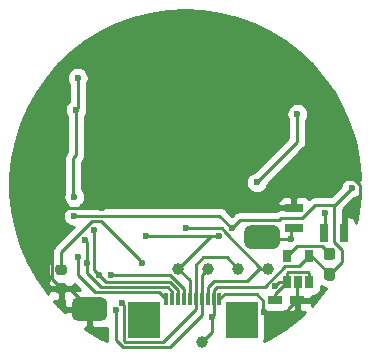
<source format=gtl>
G04 #@! TF.GenerationSoftware,KiCad,Pcbnew,5.1.10*
G04 #@! TF.CreationDate,2021-12-10T15:11:43+01:00*
G04 #@! TF.ProjectId,Watch,57617463-682e-46b6-9963-61645f706362,rev?*
G04 #@! TF.SameCoordinates,Original*
G04 #@! TF.FileFunction,Copper,L1,Top*
G04 #@! TF.FilePolarity,Positive*
%FSLAX46Y46*%
G04 Gerber Fmt 4.6, Leading zero omitted, Abs format (unit mm)*
G04 Created by KiCad (PCBNEW 5.1.10) date 2021-12-10 15:11:43*
%MOMM*%
%LPD*%
G01*
G04 APERTURE LIST*
G04 #@! TA.AperFunction,SMDPad,CuDef*
%ADD10R,1.200000X0.750000*%
G04 #@! TD*
G04 #@! TA.AperFunction,SMDPad,CuDef*
%ADD11R,0.300000X1.100000*%
G04 #@! TD*
G04 #@! TA.AperFunction,SMDPad,CuDef*
%ADD12R,2.700000X3.100000*%
G04 #@! TD*
G04 #@! TA.AperFunction,SMDPad,CuDef*
%ADD13C,1.000000*%
G04 #@! TD*
G04 #@! TA.AperFunction,SMDPad,CuDef*
%ADD14R,0.650000X1.060000*%
G04 #@! TD*
G04 #@! TA.AperFunction,SMDPad,CuDef*
%ADD15R,1.500000X0.700000*%
G04 #@! TD*
G04 #@! TA.AperFunction,SMDPad,CuDef*
%ADD16R,0.700000X1.500000*%
G04 #@! TD*
G04 #@! TA.AperFunction,ViaPad*
%ADD17C,0.600000*%
G04 #@! TD*
G04 #@! TA.AperFunction,Conductor*
%ADD18C,0.250000*%
G04 #@! TD*
G04 #@! TA.AperFunction,Conductor*
%ADD19C,0.254000*%
G04 #@! TD*
G04 #@! TA.AperFunction,Conductor*
%ADD20C,0.100000*%
G04 #@! TD*
G04 APERTURE END LIST*
D10*
X145100000Y-110744000D03*
X147000000Y-110744000D03*
D11*
X135909000Y-110695000D03*
X136409000Y-110695000D03*
X136909000Y-110695000D03*
X137409000Y-110695000D03*
X137909000Y-110695000D03*
X138409000Y-110695000D03*
X138909000Y-110695000D03*
X139409000Y-110695000D03*
X139909000Y-110695000D03*
X140409000Y-110695000D03*
D12*
X134039000Y-112395000D03*
X142279000Y-112395000D03*
G04 #@! TA.AperFunction,SMDPad,CuDef*
G36*
G01*
X127256250Y-110191000D02*
X126743750Y-110191000D01*
G75*
G02*
X126525000Y-109972250I0J218750D01*
G01*
X126525000Y-109534750D01*
G75*
G02*
X126743750Y-109316000I218750J0D01*
G01*
X127256250Y-109316000D01*
G75*
G02*
X127475000Y-109534750I0J-218750D01*
G01*
X127475000Y-109972250D01*
G75*
G02*
X127256250Y-110191000I-218750J0D01*
G01*
G37*
G04 #@! TD.AperFunction*
G04 #@! TA.AperFunction,SMDPad,CuDef*
G36*
G01*
X127256250Y-108616000D02*
X126743750Y-108616000D01*
G75*
G02*
X126525000Y-108397250I0J218750D01*
G01*
X126525000Y-107959750D01*
G75*
G02*
X126743750Y-107741000I218750J0D01*
G01*
X127256250Y-107741000D01*
G75*
G02*
X127475000Y-107959750I0J-218750D01*
G01*
X127475000Y-108397250D01*
G75*
G02*
X127256250Y-108616000I-218750J0D01*
G01*
G37*
G04 #@! TD.AperFunction*
D13*
X141986000Y-108077000D03*
X139446000Y-108077000D03*
X136906000Y-108077000D03*
X144526000Y-108077000D03*
G04 #@! TA.AperFunction,SMDPad,CuDef*
G36*
G01*
X149495500Y-106296000D02*
X149970500Y-106296000D01*
G75*
G02*
X150208000Y-106533500I0J-237500D01*
G01*
X150208000Y-107108500D01*
G75*
G02*
X149970500Y-107346000I-237500J0D01*
G01*
X149495500Y-107346000D01*
G75*
G02*
X149258000Y-107108500I0J237500D01*
G01*
X149258000Y-106533500D01*
G75*
G02*
X149495500Y-106296000I237500J0D01*
G01*
G37*
G04 #@! TD.AperFunction*
G04 #@! TA.AperFunction,SMDPad,CuDef*
G36*
G01*
X149495500Y-108046000D02*
X149970500Y-108046000D01*
G75*
G02*
X150208000Y-108283500I0J-237500D01*
G01*
X150208000Y-108858500D01*
G75*
G02*
X149970500Y-109096000I-237500J0D01*
G01*
X149495500Y-109096000D01*
G75*
G02*
X149258000Y-108858500I0J237500D01*
G01*
X149258000Y-108283500D01*
G75*
G02*
X149495500Y-108046000I237500J0D01*
G01*
G37*
G04 #@! TD.AperFunction*
D14*
X146116000Y-109220000D03*
X147066000Y-109220000D03*
X148016000Y-109220000D03*
X148016000Y-107020000D03*
X146116000Y-107020000D03*
G04 #@! TA.AperFunction,SMDPad,CuDef*
G36*
G01*
X127913000Y-112006000D02*
X127913000Y-111006000D01*
G75*
G02*
X128413000Y-110506000I500000J0D01*
G01*
X130413000Y-110506000D01*
G75*
G02*
X130913000Y-111006000I0J-500000D01*
G01*
X130913000Y-112006000D01*
G75*
G02*
X130413000Y-112506000I-500000J0D01*
G01*
X128413000Y-112506000D01*
G75*
G02*
X127913000Y-112006000I0J500000D01*
G01*
G37*
G04 #@! TD.AperFunction*
G04 #@! TA.AperFunction,SMDPad,CuDef*
G36*
G01*
X142518000Y-105910000D02*
X142518000Y-104910000D01*
G75*
G02*
X143018000Y-104410000I500000J0D01*
G01*
X145018000Y-104410000D01*
G75*
G02*
X145518000Y-104910000I0J-500000D01*
G01*
X145518000Y-105910000D01*
G75*
G02*
X145018000Y-106410000I-500000J0D01*
G01*
X143018000Y-106410000D01*
G75*
G02*
X142518000Y-105910000I0J500000D01*
G01*
G37*
G04 #@! TD.AperFunction*
D15*
X146685000Y-102909000D03*
X146685000Y-104609000D03*
D16*
X149264000Y-105029000D03*
X150964000Y-105029000D03*
D13*
X138938000Y-114300000D03*
D17*
X128083979Y-103612012D03*
X139783990Y-112141000D03*
X141468397Y-104678678D03*
X151638000Y-101219000D03*
X130425658Y-102987002D03*
X144209485Y-111726308D03*
X151765000Y-102997000D03*
X144650000Y-103000000D03*
X129032000Y-105664000D03*
X129168990Y-107578990D03*
X128397000Y-107061000D03*
X137541000Y-104648000D03*
X129794000Y-104775000D03*
X130175000Y-108585000D03*
X134149906Y-105320906D03*
X140340102Y-105283000D03*
X131246161Y-108592994D03*
X147000000Y-95000000D03*
X143573500Y-100774500D03*
X128397000Y-91948000D03*
X128270000Y-94615000D03*
X128124000Y-102000000D03*
X131653034Y-111585649D03*
X132185070Y-110986894D03*
X133858000Y-107569000D03*
X146431000Y-105537000D03*
X145133950Y-109573950D03*
X149352000Y-103378000D03*
D18*
X139909000Y-110695000D02*
X139909000Y-112015990D01*
X139909000Y-112015990D02*
X139783990Y-112141000D01*
X140401731Y-103612012D02*
X141468397Y-104678678D01*
X128083979Y-103612012D02*
X140401731Y-103612012D01*
X150152010Y-102704990D02*
X151638000Y-101219000D01*
X139909000Y-109895000D02*
X140203000Y-109601000D01*
X139909000Y-110695000D02*
X139909000Y-109895000D01*
X145949001Y-107875001D02*
X147160999Y-107875001D01*
X140203000Y-109601000D02*
X144223002Y-109601000D01*
X147160999Y-107875001D02*
X148016000Y-107020000D01*
X144223002Y-109601000D02*
X145949001Y-107875001D01*
X148182000Y-107020000D02*
X149733000Y-108571000D01*
X148016000Y-107020000D02*
X148182000Y-107020000D01*
X149733000Y-108571000D02*
X150749000Y-107555000D01*
X150749000Y-106499002D02*
X150114000Y-105864002D01*
X150749000Y-107555000D02*
X150749000Y-106499002D01*
X150114000Y-102743000D02*
X150152010Y-102704990D01*
X150114000Y-105864002D02*
X150114000Y-102743000D01*
X150075990Y-102704990D02*
X150152010Y-102704990D01*
X148501010Y-102704990D02*
X150075990Y-102704990D01*
X147383500Y-103822500D02*
X148501010Y-102704990D01*
X145467962Y-103960038D02*
X145605500Y-103822500D01*
X145605500Y-103822500D02*
X147383500Y-103822500D01*
X142187038Y-103960038D02*
X145467962Y-103960038D01*
X141468397Y-104678678D02*
X142187038Y-103960038D01*
X139783990Y-113454010D02*
X138938000Y-114300000D01*
X139783990Y-112141000D02*
X139783990Y-113454010D01*
X130425658Y-102987002D02*
X130425658Y-101603342D01*
X146324999Y-111419001D02*
X147000000Y-110744000D01*
X147000000Y-109286000D02*
X147066000Y-109220000D01*
X147000000Y-110744000D02*
X147000000Y-109286000D01*
X146017692Y-111726308D02*
X146324999Y-111419001D01*
X144209485Y-111726308D02*
X146017692Y-111726308D01*
X150964000Y-105029000D02*
X150964000Y-103798000D01*
X150964000Y-103798000D02*
X151765000Y-102997000D01*
X151765000Y-102997000D02*
X151765000Y-102362000D01*
X151765000Y-102362000D02*
X152273000Y-101854000D01*
X152273000Y-101854000D02*
X152273000Y-100965000D01*
X152273000Y-100965000D02*
X151765000Y-100457000D01*
X147193000Y-100457000D02*
X144650000Y-103000000D01*
X151765000Y-100457000D02*
X147193000Y-100457000D01*
X146594000Y-103000000D02*
X146685000Y-102909000D01*
X144650000Y-103000000D02*
X146594000Y-103000000D01*
X127517998Y-102987002D02*
X126355002Y-104149998D01*
X130425658Y-102987002D02*
X127517998Y-102987002D01*
X126199990Y-108953490D02*
X127000000Y-109753500D01*
X126199990Y-104305010D02*
X126199990Y-108953490D01*
X126355002Y-104149998D02*
X126199990Y-104305010D01*
X127660500Y-109753500D02*
X129413000Y-111506000D01*
X127000000Y-109753500D02*
X127660500Y-109753500D01*
X144106501Y-111623324D02*
X144209485Y-111726308D01*
X144106501Y-110782499D02*
X144106501Y-111623324D01*
X143560002Y-110236000D02*
X144106501Y-110782499D01*
X140868000Y-110236000D02*
X143560002Y-110236000D01*
X140409000Y-110695000D02*
X140868000Y-110236000D01*
X129168990Y-105800990D02*
X129032000Y-105664000D01*
X129168990Y-107578990D02*
X129168990Y-105800990D01*
X136409000Y-110053520D02*
X136409000Y-110695000D01*
X136032387Y-109676907D02*
X136409000Y-110053520D01*
X130377907Y-109676907D02*
X136032387Y-109676907D01*
X129168990Y-108467990D02*
X130377907Y-109676907D01*
X129168990Y-107578990D02*
X129168990Y-108467990D01*
X135352500Y-110138500D02*
X135909000Y-110695000D01*
X135290918Y-110076918D02*
X135352500Y-110138500D01*
X129888918Y-110076918D02*
X135290918Y-110076918D01*
X128397000Y-108585000D02*
X129888918Y-110076918D01*
X128397000Y-107061000D02*
X128397000Y-108585000D01*
X139409000Y-110695000D02*
X139409000Y-109638000D01*
X139409000Y-109638000D02*
X139954000Y-109093000D01*
X142713035Y-109093000D02*
X143729035Y-108077000D01*
X139954000Y-109093000D02*
X142713035Y-109093000D01*
X143729035Y-108077000D02*
X144526000Y-108077000D01*
X140909729Y-104968729D02*
X140909729Y-105023574D01*
X140909729Y-105023574D02*
X143963155Y-108077000D01*
X137541000Y-104648000D02*
X140589000Y-104648000D01*
X140589000Y-104648000D02*
X140909729Y-104968729D01*
X143963155Y-108077000D02*
X144526000Y-108077000D01*
X130175000Y-108585000D02*
X129794000Y-108204000D01*
X129794000Y-108204000D02*
X129794000Y-104775000D01*
X136909000Y-109917110D02*
X136909000Y-110695000D01*
X136211890Y-109220000D02*
X136909000Y-109917110D01*
X130810000Y-109220000D02*
X136211890Y-109220000D01*
X130175000Y-108585000D02*
X130810000Y-109220000D01*
X136106094Y-105320906D02*
X136233094Y-105320906D01*
X134149906Y-105320906D02*
X136233094Y-105320906D01*
X136233094Y-105320906D02*
X139483906Y-105320906D01*
X137909000Y-109080000D02*
X137909000Y-109207000D01*
X136906000Y-108077000D02*
X137909000Y-109080000D01*
X137909000Y-110695000D02*
X137909000Y-109207000D01*
X140302196Y-105320906D02*
X140340102Y-105283000D01*
X139662094Y-105320906D02*
X140302196Y-105320906D01*
X136906000Y-108077000D02*
X139662094Y-105320906D01*
X139483906Y-105320906D02*
X139662094Y-105320906D01*
X137409000Y-109780700D02*
X136221294Y-108592994D01*
X136221294Y-108592994D02*
X131246161Y-108592994D01*
X137409000Y-110695000D02*
X137409000Y-109780700D01*
X147000000Y-95000000D02*
X147000000Y-97348000D01*
X147000000Y-97348000D02*
X143573500Y-100774500D01*
X128397000Y-94488000D02*
X128270000Y-94615000D01*
X128397000Y-91948000D02*
X128397000Y-94488000D01*
X128270000Y-94615000D02*
X128270000Y-98480000D01*
X128270000Y-98480000D02*
X128000000Y-98750000D01*
X128000000Y-101876000D02*
X128124000Y-102000000D01*
X128000000Y-98750000D02*
X128000000Y-101876000D01*
X138909000Y-108614000D02*
X138909000Y-108868000D01*
X139446000Y-108077000D02*
X138909000Y-108614000D01*
X138909000Y-110695000D02*
X138909000Y-108868000D01*
X136231989Y-114720011D02*
X132242599Y-114720012D01*
X138909000Y-110695000D02*
X138909000Y-112043000D01*
X138909000Y-112043000D02*
X136231989Y-114720011D01*
X132242599Y-114720012D02*
X131629989Y-114107402D01*
X131629989Y-114107402D02*
X131629989Y-111608694D01*
X131629989Y-111608694D02*
X131653034Y-111585649D01*
X138409000Y-107765998D02*
X138409000Y-110695000D01*
X139049999Y-107124999D02*
X138409000Y-107765998D01*
X141033999Y-107124999D02*
X139049999Y-107124999D01*
X141986000Y-108077000D02*
X141033999Y-107124999D01*
X132431001Y-114270001D02*
X132363999Y-114202999D01*
X132363999Y-111167193D02*
X132184408Y-110987602D01*
X132363999Y-114202999D02*
X132363999Y-111167193D01*
X138409000Y-111495000D02*
X138409000Y-110695000D01*
X135633999Y-114270001D02*
X138409000Y-111495000D01*
X132361997Y-114202999D02*
X132428999Y-114270001D01*
X132363999Y-114202999D02*
X132361997Y-114202999D01*
X132428999Y-114270001D02*
X135633999Y-114270001D01*
X132428999Y-114270001D02*
X132428999Y-114267999D01*
X130371011Y-104082011D02*
X133558001Y-107269001D01*
X129599399Y-104082011D02*
X130371011Y-104082011D01*
X128016000Y-105664000D02*
X128017410Y-105664000D01*
X128017410Y-105664000D02*
X129599399Y-104082011D01*
X127000000Y-106680000D02*
X128016000Y-105664000D01*
X133558001Y-107269001D02*
X133858000Y-107569000D01*
X127000000Y-108178500D02*
X127000000Y-106680000D01*
X149352000Y-106677000D02*
X149352000Y-107202000D01*
X149076999Y-106164999D02*
X149733000Y-106821000D01*
X146971001Y-106164999D02*
X149076999Y-106164999D01*
X146116000Y-107020000D02*
X146971001Y-106164999D01*
X144145000Y-105537000D02*
X144018000Y-105410000D01*
X146431000Y-105537000D02*
X144145000Y-105537000D01*
X146431000Y-104863000D02*
X146685000Y-104609000D01*
X146431000Y-105537000D02*
X146431000Y-104863000D01*
X148016000Y-108490000D02*
X148016000Y-109220000D01*
X147915999Y-108389999D02*
X148016000Y-108490000D01*
X146216001Y-108389999D02*
X147915999Y-108389999D01*
X146116000Y-108490000D02*
X146216001Y-108389999D01*
X146116000Y-109220000D02*
X146116000Y-108490000D01*
X145100000Y-110236000D02*
X146116000Y-109220000D01*
X145100000Y-110744000D02*
X145100000Y-110236000D01*
X145487900Y-109220000D02*
X145133950Y-109573950D01*
X146116000Y-109220000D02*
X145487900Y-109220000D01*
X149352000Y-104941000D02*
X149264000Y-105029000D01*
X149352000Y-103378000D02*
X149352000Y-104941000D01*
D19*
X138999013Y-86259005D02*
X140482643Y-86486289D01*
X141935668Y-86862503D01*
X143343177Y-87383787D01*
X144690727Y-88044792D01*
X145964490Y-88838735D01*
X147151396Y-89757469D01*
X148239266Y-90791566D01*
X149216937Y-91930416D01*
X150074376Y-93162332D01*
X150802784Y-94474673D01*
X151394688Y-95853973D01*
X151844014Y-97286077D01*
X152146151Y-98756292D01*
X152297998Y-100249530D01*
X152297998Y-100556708D01*
X152234028Y-100492738D01*
X152080889Y-100390414D01*
X151910729Y-100319932D01*
X151730089Y-100284000D01*
X151545911Y-100284000D01*
X151365271Y-100319932D01*
X151195111Y-100390414D01*
X151041972Y-100492738D01*
X150911738Y-100622972D01*
X150809414Y-100776111D01*
X150738932Y-100946271D01*
X150714847Y-101067351D01*
X149837209Y-101944990D01*
X148538335Y-101944990D01*
X148501010Y-101941314D01*
X148463685Y-101944990D01*
X148463677Y-101944990D01*
X148352024Y-101955987D01*
X148208763Y-101999444D01*
X148076734Y-102070016D01*
X147961009Y-102164989D01*
X147947058Y-102181989D01*
X147886185Y-102107815D01*
X147789494Y-102028463D01*
X147679180Y-101969498D01*
X147559482Y-101933188D01*
X147435000Y-101920928D01*
X146970750Y-101924000D01*
X146812000Y-102082750D01*
X146812000Y-102782000D01*
X146832000Y-102782000D01*
X146832000Y-103036000D01*
X146812000Y-103036000D01*
X146812000Y-103056000D01*
X146558000Y-103056000D01*
X146558000Y-103036000D01*
X145458750Y-103036000D01*
X145405900Y-103088850D01*
X145313253Y-103116954D01*
X145181224Y-103187526D01*
X145165978Y-103200038D01*
X142224361Y-103200038D01*
X142187038Y-103196362D01*
X142149715Y-103200038D01*
X142149705Y-103200038D01*
X142038052Y-103211035D01*
X141894791Y-103254492D01*
X141762762Y-103325064D01*
X141647037Y-103420037D01*
X141623239Y-103449035D01*
X141468397Y-103603877D01*
X140965535Y-103101014D01*
X140941732Y-103072011D01*
X140826007Y-102977038D01*
X140693978Y-102906466D01*
X140550717Y-102863009D01*
X140439064Y-102852012D01*
X140439053Y-102852012D01*
X140401731Y-102848336D01*
X140364409Y-102852012D01*
X128629514Y-102852012D01*
X128580672Y-102819377D01*
X128720028Y-102726262D01*
X128850262Y-102596028D01*
X128875003Y-102559000D01*
X145296928Y-102559000D01*
X145300000Y-102623250D01*
X145458750Y-102782000D01*
X146558000Y-102782000D01*
X146558000Y-102082750D01*
X146399250Y-101924000D01*
X145935000Y-101920928D01*
X145810518Y-101933188D01*
X145690820Y-101969498D01*
X145580506Y-102028463D01*
X145483815Y-102107815D01*
X145404463Y-102204506D01*
X145345498Y-102314820D01*
X145309188Y-102434518D01*
X145296928Y-102559000D01*
X128875003Y-102559000D01*
X128952586Y-102442889D01*
X129023068Y-102272729D01*
X129059000Y-102092089D01*
X129059000Y-101907911D01*
X129023068Y-101727271D01*
X128952586Y-101557111D01*
X128850262Y-101403972D01*
X128760000Y-101313710D01*
X128760000Y-100682411D01*
X142638500Y-100682411D01*
X142638500Y-100866589D01*
X142674432Y-101047229D01*
X142744914Y-101217389D01*
X142847238Y-101370528D01*
X142977472Y-101500762D01*
X143130611Y-101603086D01*
X143300771Y-101673568D01*
X143481411Y-101709500D01*
X143665589Y-101709500D01*
X143846229Y-101673568D01*
X144016389Y-101603086D01*
X144169528Y-101500762D01*
X144299762Y-101370528D01*
X144402086Y-101217389D01*
X144472568Y-101047229D01*
X144496653Y-100926148D01*
X147511003Y-97911799D01*
X147540001Y-97888001D01*
X147634974Y-97772276D01*
X147705546Y-97640247D01*
X147749003Y-97496986D01*
X147760000Y-97385333D01*
X147760000Y-97385325D01*
X147763676Y-97348000D01*
X147760000Y-97310675D01*
X147760000Y-95545535D01*
X147828586Y-95442889D01*
X147899068Y-95272729D01*
X147935000Y-95092089D01*
X147935000Y-94907911D01*
X147899068Y-94727271D01*
X147828586Y-94557111D01*
X147726262Y-94403972D01*
X147596028Y-94273738D01*
X147442889Y-94171414D01*
X147272729Y-94100932D01*
X147092089Y-94065000D01*
X146907911Y-94065000D01*
X146727271Y-94100932D01*
X146557111Y-94171414D01*
X146403972Y-94273738D01*
X146273738Y-94403972D01*
X146171414Y-94557111D01*
X146100932Y-94727271D01*
X146065000Y-94907911D01*
X146065000Y-95092089D01*
X146100932Y-95272729D01*
X146171414Y-95442889D01*
X146240000Y-95545536D01*
X146240001Y-97033197D01*
X143421852Y-99851347D01*
X143300771Y-99875432D01*
X143130611Y-99945914D01*
X142977472Y-100048238D01*
X142847238Y-100178472D01*
X142744914Y-100331611D01*
X142674432Y-100501771D01*
X142638500Y-100682411D01*
X128760000Y-100682411D01*
X128760000Y-99064801D01*
X128780997Y-99043804D01*
X128810001Y-99020001D01*
X128904974Y-98904276D01*
X128975546Y-98772247D01*
X129019003Y-98628986D01*
X129030000Y-98517333D01*
X129030000Y-98517325D01*
X129033676Y-98480000D01*
X129030000Y-98442675D01*
X129030000Y-95160535D01*
X129098586Y-95057889D01*
X129169068Y-94887729D01*
X129205000Y-94707089D01*
X129205000Y-94522911D01*
X129169068Y-94342271D01*
X129157000Y-94313136D01*
X129157000Y-92493535D01*
X129225586Y-92390889D01*
X129296068Y-92220729D01*
X129332000Y-92040089D01*
X129332000Y-91855911D01*
X129296068Y-91675271D01*
X129225586Y-91505111D01*
X129123262Y-91351972D01*
X128993028Y-91221738D01*
X128839889Y-91119414D01*
X128669729Y-91048932D01*
X128489089Y-91013000D01*
X128304911Y-91013000D01*
X128124271Y-91048932D01*
X127954111Y-91119414D01*
X127800972Y-91221738D01*
X127670738Y-91351972D01*
X127568414Y-91505111D01*
X127497932Y-91675271D01*
X127462000Y-91855911D01*
X127462000Y-92040089D01*
X127497932Y-92220729D01*
X127568414Y-92390889D01*
X127637000Y-92493536D01*
X127637001Y-93925709D01*
X127543738Y-94018972D01*
X127441414Y-94172111D01*
X127370932Y-94342271D01*
X127335000Y-94522911D01*
X127335000Y-94707089D01*
X127370932Y-94887729D01*
X127441414Y-95057889D01*
X127510000Y-95160536D01*
X127510001Y-98165198D01*
X127489003Y-98186196D01*
X127459999Y-98209999D01*
X127404871Y-98277174D01*
X127365026Y-98325724D01*
X127294455Y-98457753D01*
X127294454Y-98457754D01*
X127250997Y-98601015D01*
X127240000Y-98712668D01*
X127240000Y-98712678D01*
X127236324Y-98750000D01*
X127240000Y-98787323D01*
X127240001Y-101690891D01*
X127224932Y-101727271D01*
X127189000Y-101907911D01*
X127189000Y-102092089D01*
X127224932Y-102272729D01*
X127295414Y-102442889D01*
X127397738Y-102596028D01*
X127527972Y-102726262D01*
X127627307Y-102792635D01*
X127487951Y-102885750D01*
X127357717Y-103015984D01*
X127255393Y-103169123D01*
X127184911Y-103339283D01*
X127148979Y-103519923D01*
X127148979Y-103704101D01*
X127184911Y-103884741D01*
X127255393Y-104054901D01*
X127357717Y-104208040D01*
X127487951Y-104338274D01*
X127641090Y-104440598D01*
X127811250Y-104511080D01*
X127991890Y-104547012D01*
X128059597Y-104547012D01*
X127512866Y-105093743D01*
X127475999Y-105123999D01*
X127452201Y-105152997D01*
X126488998Y-106116201D01*
X126460000Y-106139999D01*
X126436202Y-106168997D01*
X126436201Y-106168998D01*
X126365026Y-106255724D01*
X126294454Y-106387754D01*
X126279799Y-106436068D01*
X126250998Y-106531014D01*
X126240296Y-106639668D01*
X126236324Y-106680000D01*
X126240001Y-106717332D01*
X126240001Y-107270082D01*
X126137885Y-107353885D01*
X126031329Y-107483725D01*
X125952150Y-107631858D01*
X125903392Y-107792592D01*
X125886928Y-107959750D01*
X125886928Y-108397250D01*
X125903392Y-108564408D01*
X125952150Y-108725142D01*
X126031329Y-108873275D01*
X126049100Y-108894930D01*
X125994463Y-108961506D01*
X125935498Y-109071820D01*
X125899188Y-109191518D01*
X125886928Y-109316000D01*
X125890000Y-109467750D01*
X126048750Y-109626500D01*
X126873000Y-109626500D01*
X126873000Y-109606500D01*
X127127000Y-109606500D01*
X127127000Y-109626500D01*
X127951250Y-109626500D01*
X128110000Y-109467750D01*
X128111884Y-109374685D01*
X128606882Y-109869683D01*
X127913000Y-109867928D01*
X127788518Y-109880188D01*
X127787489Y-109880500D01*
X127127000Y-109880500D01*
X127127000Y-110667250D01*
X127276264Y-110816514D01*
X127278000Y-111220250D01*
X127436750Y-111379000D01*
X129286000Y-111379000D01*
X129286000Y-111359000D01*
X129540000Y-111359000D01*
X129540000Y-111379000D01*
X129560000Y-111379000D01*
X129560000Y-111633000D01*
X129540000Y-111633000D01*
X129540000Y-112982250D01*
X129698750Y-113141000D01*
X130869989Y-113143963D01*
X130869989Y-114070079D01*
X130866313Y-114107402D01*
X130869989Y-114144724D01*
X130869989Y-114144734D01*
X130878840Y-114234594D01*
X130309273Y-113955208D01*
X129035510Y-113161265D01*
X129009714Y-113141297D01*
X129127250Y-113141000D01*
X129286000Y-112982250D01*
X129286000Y-111633000D01*
X127436750Y-111633000D01*
X127324970Y-111744780D01*
X126760734Y-111208434D01*
X126426756Y-110819396D01*
X126525000Y-110829072D01*
X126714250Y-110826000D01*
X126873000Y-110667250D01*
X126873000Y-109880500D01*
X126048750Y-109880500D01*
X125890000Y-110039250D01*
X125886936Y-110190582D01*
X125783063Y-110069584D01*
X124925624Y-108837668D01*
X124197216Y-107525327D01*
X123605312Y-106146027D01*
X123155986Y-104713923D01*
X122853849Y-103243708D01*
X122702002Y-101750470D01*
X122702002Y-100249530D01*
X122853849Y-98756292D01*
X123155986Y-97286077D01*
X123605312Y-95853973D01*
X124197216Y-94474673D01*
X124925624Y-93162332D01*
X125783063Y-91930416D01*
X126760734Y-90791566D01*
X127848604Y-89757469D01*
X129035510Y-88838735D01*
X130309273Y-88044792D01*
X131656823Y-87383787D01*
X133064332Y-86862503D01*
X134517357Y-86486289D01*
X136000987Y-86259005D01*
X137500000Y-86182984D01*
X138999013Y-86259005D01*
G04 #@! TA.AperFunction,Conductor*
D20*
G36*
X138999013Y-86259005D02*
G01*
X140482643Y-86486289D01*
X141935668Y-86862503D01*
X143343177Y-87383787D01*
X144690727Y-88044792D01*
X145964490Y-88838735D01*
X147151396Y-89757469D01*
X148239266Y-90791566D01*
X149216937Y-91930416D01*
X150074376Y-93162332D01*
X150802784Y-94474673D01*
X151394688Y-95853973D01*
X151844014Y-97286077D01*
X152146151Y-98756292D01*
X152297998Y-100249530D01*
X152297998Y-100556708D01*
X152234028Y-100492738D01*
X152080889Y-100390414D01*
X151910729Y-100319932D01*
X151730089Y-100284000D01*
X151545911Y-100284000D01*
X151365271Y-100319932D01*
X151195111Y-100390414D01*
X151041972Y-100492738D01*
X150911738Y-100622972D01*
X150809414Y-100776111D01*
X150738932Y-100946271D01*
X150714847Y-101067351D01*
X149837209Y-101944990D01*
X148538335Y-101944990D01*
X148501010Y-101941314D01*
X148463685Y-101944990D01*
X148463677Y-101944990D01*
X148352024Y-101955987D01*
X148208763Y-101999444D01*
X148076734Y-102070016D01*
X147961009Y-102164989D01*
X147947058Y-102181989D01*
X147886185Y-102107815D01*
X147789494Y-102028463D01*
X147679180Y-101969498D01*
X147559482Y-101933188D01*
X147435000Y-101920928D01*
X146970750Y-101924000D01*
X146812000Y-102082750D01*
X146812000Y-102782000D01*
X146832000Y-102782000D01*
X146832000Y-103036000D01*
X146812000Y-103036000D01*
X146812000Y-103056000D01*
X146558000Y-103056000D01*
X146558000Y-103036000D01*
X145458750Y-103036000D01*
X145405900Y-103088850D01*
X145313253Y-103116954D01*
X145181224Y-103187526D01*
X145165978Y-103200038D01*
X142224361Y-103200038D01*
X142187038Y-103196362D01*
X142149715Y-103200038D01*
X142149705Y-103200038D01*
X142038052Y-103211035D01*
X141894791Y-103254492D01*
X141762762Y-103325064D01*
X141647037Y-103420037D01*
X141623239Y-103449035D01*
X141468397Y-103603877D01*
X140965535Y-103101014D01*
X140941732Y-103072011D01*
X140826007Y-102977038D01*
X140693978Y-102906466D01*
X140550717Y-102863009D01*
X140439064Y-102852012D01*
X140439053Y-102852012D01*
X140401731Y-102848336D01*
X140364409Y-102852012D01*
X128629514Y-102852012D01*
X128580672Y-102819377D01*
X128720028Y-102726262D01*
X128850262Y-102596028D01*
X128875003Y-102559000D01*
X145296928Y-102559000D01*
X145300000Y-102623250D01*
X145458750Y-102782000D01*
X146558000Y-102782000D01*
X146558000Y-102082750D01*
X146399250Y-101924000D01*
X145935000Y-101920928D01*
X145810518Y-101933188D01*
X145690820Y-101969498D01*
X145580506Y-102028463D01*
X145483815Y-102107815D01*
X145404463Y-102204506D01*
X145345498Y-102314820D01*
X145309188Y-102434518D01*
X145296928Y-102559000D01*
X128875003Y-102559000D01*
X128952586Y-102442889D01*
X129023068Y-102272729D01*
X129059000Y-102092089D01*
X129059000Y-101907911D01*
X129023068Y-101727271D01*
X128952586Y-101557111D01*
X128850262Y-101403972D01*
X128760000Y-101313710D01*
X128760000Y-100682411D01*
X142638500Y-100682411D01*
X142638500Y-100866589D01*
X142674432Y-101047229D01*
X142744914Y-101217389D01*
X142847238Y-101370528D01*
X142977472Y-101500762D01*
X143130611Y-101603086D01*
X143300771Y-101673568D01*
X143481411Y-101709500D01*
X143665589Y-101709500D01*
X143846229Y-101673568D01*
X144016389Y-101603086D01*
X144169528Y-101500762D01*
X144299762Y-101370528D01*
X144402086Y-101217389D01*
X144472568Y-101047229D01*
X144496653Y-100926148D01*
X147511003Y-97911799D01*
X147540001Y-97888001D01*
X147634974Y-97772276D01*
X147705546Y-97640247D01*
X147749003Y-97496986D01*
X147760000Y-97385333D01*
X147760000Y-97385325D01*
X147763676Y-97348000D01*
X147760000Y-97310675D01*
X147760000Y-95545535D01*
X147828586Y-95442889D01*
X147899068Y-95272729D01*
X147935000Y-95092089D01*
X147935000Y-94907911D01*
X147899068Y-94727271D01*
X147828586Y-94557111D01*
X147726262Y-94403972D01*
X147596028Y-94273738D01*
X147442889Y-94171414D01*
X147272729Y-94100932D01*
X147092089Y-94065000D01*
X146907911Y-94065000D01*
X146727271Y-94100932D01*
X146557111Y-94171414D01*
X146403972Y-94273738D01*
X146273738Y-94403972D01*
X146171414Y-94557111D01*
X146100932Y-94727271D01*
X146065000Y-94907911D01*
X146065000Y-95092089D01*
X146100932Y-95272729D01*
X146171414Y-95442889D01*
X146240000Y-95545536D01*
X146240001Y-97033197D01*
X143421852Y-99851347D01*
X143300771Y-99875432D01*
X143130611Y-99945914D01*
X142977472Y-100048238D01*
X142847238Y-100178472D01*
X142744914Y-100331611D01*
X142674432Y-100501771D01*
X142638500Y-100682411D01*
X128760000Y-100682411D01*
X128760000Y-99064801D01*
X128780997Y-99043804D01*
X128810001Y-99020001D01*
X128904974Y-98904276D01*
X128975546Y-98772247D01*
X129019003Y-98628986D01*
X129030000Y-98517333D01*
X129030000Y-98517325D01*
X129033676Y-98480000D01*
X129030000Y-98442675D01*
X129030000Y-95160535D01*
X129098586Y-95057889D01*
X129169068Y-94887729D01*
X129205000Y-94707089D01*
X129205000Y-94522911D01*
X129169068Y-94342271D01*
X129157000Y-94313136D01*
X129157000Y-92493535D01*
X129225586Y-92390889D01*
X129296068Y-92220729D01*
X129332000Y-92040089D01*
X129332000Y-91855911D01*
X129296068Y-91675271D01*
X129225586Y-91505111D01*
X129123262Y-91351972D01*
X128993028Y-91221738D01*
X128839889Y-91119414D01*
X128669729Y-91048932D01*
X128489089Y-91013000D01*
X128304911Y-91013000D01*
X128124271Y-91048932D01*
X127954111Y-91119414D01*
X127800972Y-91221738D01*
X127670738Y-91351972D01*
X127568414Y-91505111D01*
X127497932Y-91675271D01*
X127462000Y-91855911D01*
X127462000Y-92040089D01*
X127497932Y-92220729D01*
X127568414Y-92390889D01*
X127637000Y-92493536D01*
X127637001Y-93925709D01*
X127543738Y-94018972D01*
X127441414Y-94172111D01*
X127370932Y-94342271D01*
X127335000Y-94522911D01*
X127335000Y-94707089D01*
X127370932Y-94887729D01*
X127441414Y-95057889D01*
X127510000Y-95160536D01*
X127510001Y-98165198D01*
X127489003Y-98186196D01*
X127459999Y-98209999D01*
X127404871Y-98277174D01*
X127365026Y-98325724D01*
X127294455Y-98457753D01*
X127294454Y-98457754D01*
X127250997Y-98601015D01*
X127240000Y-98712668D01*
X127240000Y-98712678D01*
X127236324Y-98750000D01*
X127240000Y-98787323D01*
X127240001Y-101690891D01*
X127224932Y-101727271D01*
X127189000Y-101907911D01*
X127189000Y-102092089D01*
X127224932Y-102272729D01*
X127295414Y-102442889D01*
X127397738Y-102596028D01*
X127527972Y-102726262D01*
X127627307Y-102792635D01*
X127487951Y-102885750D01*
X127357717Y-103015984D01*
X127255393Y-103169123D01*
X127184911Y-103339283D01*
X127148979Y-103519923D01*
X127148979Y-103704101D01*
X127184911Y-103884741D01*
X127255393Y-104054901D01*
X127357717Y-104208040D01*
X127487951Y-104338274D01*
X127641090Y-104440598D01*
X127811250Y-104511080D01*
X127991890Y-104547012D01*
X128059597Y-104547012D01*
X127512866Y-105093743D01*
X127475999Y-105123999D01*
X127452201Y-105152997D01*
X126488998Y-106116201D01*
X126460000Y-106139999D01*
X126436202Y-106168997D01*
X126436201Y-106168998D01*
X126365026Y-106255724D01*
X126294454Y-106387754D01*
X126279799Y-106436068D01*
X126250998Y-106531014D01*
X126240296Y-106639668D01*
X126236324Y-106680000D01*
X126240001Y-106717332D01*
X126240001Y-107270082D01*
X126137885Y-107353885D01*
X126031329Y-107483725D01*
X125952150Y-107631858D01*
X125903392Y-107792592D01*
X125886928Y-107959750D01*
X125886928Y-108397250D01*
X125903392Y-108564408D01*
X125952150Y-108725142D01*
X126031329Y-108873275D01*
X126049100Y-108894930D01*
X125994463Y-108961506D01*
X125935498Y-109071820D01*
X125899188Y-109191518D01*
X125886928Y-109316000D01*
X125890000Y-109467750D01*
X126048750Y-109626500D01*
X126873000Y-109626500D01*
X126873000Y-109606500D01*
X127127000Y-109606500D01*
X127127000Y-109626500D01*
X127951250Y-109626500D01*
X128110000Y-109467750D01*
X128111884Y-109374685D01*
X128606882Y-109869683D01*
X127913000Y-109867928D01*
X127788518Y-109880188D01*
X127787489Y-109880500D01*
X127127000Y-109880500D01*
X127127000Y-110667250D01*
X127276264Y-110816514D01*
X127278000Y-111220250D01*
X127436750Y-111379000D01*
X129286000Y-111379000D01*
X129286000Y-111359000D01*
X129540000Y-111359000D01*
X129540000Y-111379000D01*
X129560000Y-111379000D01*
X129560000Y-111633000D01*
X129540000Y-111633000D01*
X129540000Y-112982250D01*
X129698750Y-113141000D01*
X130869989Y-113143963D01*
X130869989Y-114070079D01*
X130866313Y-114107402D01*
X130869989Y-114144724D01*
X130869989Y-114144734D01*
X130878840Y-114234594D01*
X130309273Y-113955208D01*
X129035510Y-113161265D01*
X129009714Y-113141297D01*
X129127250Y-113141000D01*
X129286000Y-112982250D01*
X129286000Y-111633000D01*
X127436750Y-111633000D01*
X127324970Y-111744780D01*
X126760734Y-111208434D01*
X126426756Y-110819396D01*
X126525000Y-110829072D01*
X126714250Y-110826000D01*
X126873000Y-110667250D01*
X126873000Y-109880500D01*
X126048750Y-109880500D01*
X125890000Y-110039250D01*
X125886936Y-110190582D01*
X125783063Y-110069584D01*
X124925624Y-108837668D01*
X124197216Y-107525327D01*
X123605312Y-106146027D01*
X123155986Y-104713923D01*
X122853849Y-103243708D01*
X122702002Y-101750470D01*
X122702002Y-100249530D01*
X122853849Y-98756292D01*
X123155986Y-97286077D01*
X123605312Y-95853973D01*
X124197216Y-94474673D01*
X124925624Y-93162332D01*
X125783063Y-91930416D01*
X126760734Y-90791566D01*
X127848604Y-89757469D01*
X129035510Y-88838735D01*
X130309273Y-88044792D01*
X131656823Y-87383787D01*
X133064332Y-86862503D01*
X134517357Y-86486289D01*
X136000987Y-86259005D01*
X137500000Y-86182984D01*
X138999013Y-86259005D01*
G37*
G04 #@! TD.AperFunction*
D19*
X149009058Y-109586512D02*
X149160433Y-109667423D01*
X149324684Y-109717248D01*
X149453350Y-109729921D01*
X149216937Y-110069584D01*
X148239266Y-111208434D01*
X148228231Y-111218924D01*
X148238072Y-111119000D01*
X148235000Y-111029750D01*
X148076250Y-110871000D01*
X147127000Y-110871000D01*
X147127000Y-111595250D01*
X147285750Y-111754000D01*
X147600000Y-111757072D01*
X147669277Y-111750249D01*
X147151396Y-112242531D01*
X145964490Y-113161265D01*
X144690727Y-113955208D01*
X144219334Y-114186437D01*
X144254812Y-114069482D01*
X144267072Y-113945000D01*
X144267072Y-111711915D01*
X144375518Y-111744812D01*
X144500000Y-111757072D01*
X145700000Y-111757072D01*
X145824482Y-111744812D01*
X145944180Y-111708502D01*
X146050000Y-111651939D01*
X146155820Y-111708502D01*
X146275518Y-111744812D01*
X146400000Y-111757072D01*
X146714250Y-111754000D01*
X146873000Y-111595250D01*
X146873000Y-110871000D01*
X146853000Y-110871000D01*
X146853000Y-110617000D01*
X146873000Y-110617000D01*
X146873000Y-110597000D01*
X147127000Y-110597000D01*
X147127000Y-110617000D01*
X148076250Y-110617000D01*
X148235000Y-110458250D01*
X148237416Y-110388072D01*
X148341000Y-110388072D01*
X148465482Y-110375812D01*
X148585180Y-110339502D01*
X148695494Y-110280537D01*
X148792185Y-110201185D01*
X148871537Y-110104494D01*
X148930502Y-109994180D01*
X148966812Y-109874482D01*
X148979072Y-109750000D01*
X148979072Y-109561903D01*
X149009058Y-109586512D01*
G04 #@! TA.AperFunction,Conductor*
D20*
G36*
X149009058Y-109586512D02*
G01*
X149160433Y-109667423D01*
X149324684Y-109717248D01*
X149453350Y-109729921D01*
X149216937Y-110069584D01*
X148239266Y-111208434D01*
X148228231Y-111218924D01*
X148238072Y-111119000D01*
X148235000Y-111029750D01*
X148076250Y-110871000D01*
X147127000Y-110871000D01*
X147127000Y-111595250D01*
X147285750Y-111754000D01*
X147600000Y-111757072D01*
X147669277Y-111750249D01*
X147151396Y-112242531D01*
X145964490Y-113161265D01*
X144690727Y-113955208D01*
X144219334Y-114186437D01*
X144254812Y-114069482D01*
X144267072Y-113945000D01*
X144267072Y-111711915D01*
X144375518Y-111744812D01*
X144500000Y-111757072D01*
X145700000Y-111757072D01*
X145824482Y-111744812D01*
X145944180Y-111708502D01*
X146050000Y-111651939D01*
X146155820Y-111708502D01*
X146275518Y-111744812D01*
X146400000Y-111757072D01*
X146714250Y-111754000D01*
X146873000Y-111595250D01*
X146873000Y-110871000D01*
X146853000Y-110871000D01*
X146853000Y-110617000D01*
X146873000Y-110617000D01*
X146873000Y-110597000D01*
X147127000Y-110597000D01*
X147127000Y-110617000D01*
X148076250Y-110617000D01*
X148235000Y-110458250D01*
X148237416Y-110388072D01*
X148341000Y-110388072D01*
X148465482Y-110375812D01*
X148585180Y-110339502D01*
X148695494Y-110280537D01*
X148792185Y-110201185D01*
X148871537Y-110104494D01*
X148930502Y-109994180D01*
X148966812Y-109874482D01*
X148979072Y-109750000D01*
X148979072Y-109561903D01*
X149009058Y-109586512D01*
G37*
G04 #@! TD.AperFunction*
D19*
X152146151Y-103243708D02*
X151946020Y-104217555D01*
X151939812Y-104154518D01*
X151903502Y-104034820D01*
X151844537Y-103924506D01*
X151765185Y-103827815D01*
X151668494Y-103748463D01*
X151558180Y-103689498D01*
X151438482Y-103653188D01*
X151314000Y-103640928D01*
X151249750Y-103644000D01*
X151091000Y-103802750D01*
X151091000Y-104902000D01*
X151111000Y-104902000D01*
X151111000Y-105156000D01*
X151091000Y-105156000D01*
X151091000Y-105176000D01*
X150874000Y-105176000D01*
X150874000Y-103057801D01*
X151789649Y-102142153D01*
X151910729Y-102118068D01*
X152080889Y-102047586D01*
X152234028Y-101945262D01*
X152283189Y-101896101D01*
X152146151Y-103243708D01*
G04 #@! TA.AperFunction,Conductor*
D20*
G36*
X152146151Y-103243708D02*
G01*
X151946020Y-104217555D01*
X151939812Y-104154518D01*
X151903502Y-104034820D01*
X151844537Y-103924506D01*
X151765185Y-103827815D01*
X151668494Y-103748463D01*
X151558180Y-103689498D01*
X151438482Y-103653188D01*
X151314000Y-103640928D01*
X151249750Y-103644000D01*
X151091000Y-103802750D01*
X151091000Y-104902000D01*
X151111000Y-104902000D01*
X151111000Y-105156000D01*
X151091000Y-105156000D01*
X151091000Y-105176000D01*
X150874000Y-105176000D01*
X150874000Y-103057801D01*
X151789649Y-102142153D01*
X151910729Y-102118068D01*
X152080889Y-102047586D01*
X152234028Y-101945262D01*
X152283189Y-101896101D01*
X152146151Y-103243708D01*
G37*
G04 #@! TD.AperFunction*
M02*

</source>
